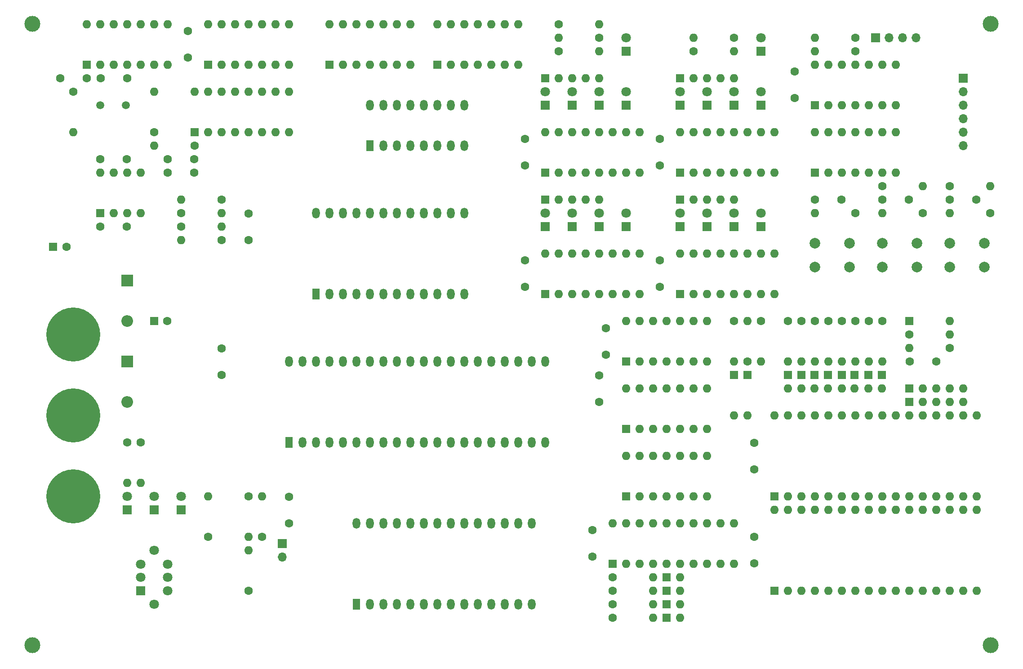
<source format=gbr>
%TF.GenerationSoftware,KiCad,Pcbnew,7.0.7*%
%TF.CreationDate,2024-02-22T14:53:51+09:00*%
%TF.ProjectId,SBC4040,53424334-3034-4302-9e6b-696361645f70,rev?*%
%TF.SameCoordinates,Original*%
%TF.FileFunction,Soldermask,Top*%
%TF.FilePolarity,Negative*%
%FSLAX46Y46*%
G04 Gerber Fmt 4.6, Leading zero omitted, Abs format (unit mm)*
G04 Created by KiCad (PCBNEW 7.0.7) date 2024-02-22 14:53:51*
%MOMM*%
%LPD*%
G01*
G04 APERTURE LIST*
%ADD10C,1.600000*%
%ADD11O,1.600000X1.600000*%
%ADD12R,1.600000X1.600000*%
%ADD13R,1.800000X1.800000*%
%ADD14C,1.800000*%
%ADD15C,10.160000*%
%ADD16C,3.000000*%
%ADD17R,1.440000X2.000000*%
%ADD18O,1.440000X2.000000*%
%ADD19R,2.200000X2.200000*%
%ADD20O,2.200000X2.200000*%
%ADD21C,1.500000*%
%ADD22R,1.700000X1.700000*%
%ADD23O,1.700000X1.700000*%
%ADD24C,2.000000*%
G04 APERTURE END LIST*
D10*
%TO.C,R21*%
X27940000Y-25400000D03*
D11*
X27940000Y-17780000D03*
%TD*%
D10*
%TO.C,R15*%
X160020000Y-10160000D03*
D11*
X152400000Y-10160000D03*
%TD*%
D12*
%TO.C,U15*%
X35560000Y-25400000D03*
D11*
X38100000Y-25400000D03*
X40640000Y-25400000D03*
X43180000Y-25400000D03*
X45720000Y-25400000D03*
X48260000Y-25400000D03*
X50800000Y-25400000D03*
X53340000Y-25400000D03*
X53340000Y-17780000D03*
X50800000Y-17780000D03*
X48260000Y-17780000D03*
X45720000Y-17780000D03*
X43180000Y-17780000D03*
X40640000Y-17780000D03*
X38100000Y-17780000D03*
X35560000Y-17780000D03*
%TD*%
D12*
%TO.C,C26*%
X27940000Y-60960000D03*
D10*
X30440000Y-60960000D03*
%TD*%
D12*
%TO.C,U3*%
X81280000Y-12700000D03*
D11*
X83820000Y-12700000D03*
X86360000Y-12700000D03*
X88900000Y-12700000D03*
X91440000Y-12700000D03*
X93980000Y-12700000D03*
X96520000Y-12700000D03*
X96520000Y-5080000D03*
X93980000Y-5080000D03*
X91440000Y-5080000D03*
X88900000Y-5080000D03*
X86360000Y-5080000D03*
X83820000Y-5080000D03*
X81280000Y-5080000D03*
%TD*%
D10*
%TO.C,R1*%
X139700000Y-68580000D03*
D11*
X139700000Y-60960000D03*
%TD*%
D13*
%TO.C,D10*%
X142240000Y-20320000D03*
D14*
X142240000Y-17780000D03*
%TD*%
D10*
%TO.C,R29*%
X160020000Y-60960000D03*
D11*
X160020000Y-68580000D03*
%TD*%
D12*
%TO.C,U12*%
X15240000Y-12700000D03*
D11*
X17780000Y-12700000D03*
X20320000Y-12700000D03*
X22860000Y-12700000D03*
X25400000Y-12700000D03*
X27940000Y-12700000D03*
X30480000Y-12700000D03*
X30480000Y-5080000D03*
X27940000Y-5080000D03*
X25400000Y-5080000D03*
X22860000Y-5080000D03*
X20320000Y-5080000D03*
X17780000Y-5080000D03*
X15240000Y-5080000D03*
%TD*%
D13*
%TO.C,D38*%
X33020000Y-96520000D03*
D14*
X33020000Y-93980000D03*
%TD*%
D10*
%TO.C,R11*%
X185420000Y-40640000D03*
D11*
X177800000Y-40640000D03*
%TD*%
D10*
%TO.C,C21*%
X53340000Y-99060000D03*
X53340000Y-94060000D03*
%TD*%
%TO.C,R33*%
X48260000Y-101600000D03*
D11*
X48260000Y-93980000D03*
%TD*%
D12*
%TO.C,D27*%
X162509032Y-71120000D03*
D11*
X162509032Y-73660000D03*
%TD*%
D15*
%TO.C,J5*%
X12700000Y-78740000D03*
%TD*%
D16*
%TO.C,H3*%
X5000000Y-122000000D03*
%TD*%
D10*
%TO.C,R24*%
X147320000Y-60960000D03*
D11*
X147320000Y-68580000D03*
%TD*%
D17*
%TO.C,U5*%
X58420000Y-55880000D03*
D18*
X60960000Y-55880000D03*
X63500000Y-55880000D03*
X66040000Y-55880000D03*
X68580000Y-55880000D03*
X71120000Y-55880000D03*
X73660000Y-55880000D03*
X76200000Y-55880000D03*
X78740000Y-55880000D03*
X81280000Y-55880000D03*
X83820000Y-55880000D03*
X86360000Y-55880000D03*
X86360000Y-40640000D03*
X83820000Y-40640000D03*
X81280000Y-40640000D03*
X78740000Y-40640000D03*
X76200000Y-40640000D03*
X73660000Y-40640000D03*
X71120000Y-40640000D03*
X68580000Y-40640000D03*
X66040000Y-40640000D03*
X63500000Y-40640000D03*
X60960000Y-40640000D03*
X58420000Y-40640000D03*
%TD*%
D10*
%TO.C,R31*%
X165100000Y-60960000D03*
D11*
X165100000Y-68580000D03*
%TD*%
D13*
%TO.C,D3*%
X137160000Y-43180000D03*
D14*
X137160000Y-40640000D03*
%TD*%
D10*
%TO.C,C13*%
X15240000Y-15240000D03*
X10240000Y-15240000D03*
%TD*%
%TO.C,C10*%
X35480000Y-33020000D03*
X30480000Y-33020000D03*
%TD*%
D15*
%TO.C,J4*%
X12700000Y-63500000D03*
%TD*%
D12*
%TO.C,D23*%
X152349032Y-71120000D03*
D11*
X152349032Y-73660000D03*
%TD*%
D10*
%TO.C,R27*%
X154940000Y-60960000D03*
D11*
X154940000Y-68580000D03*
%TD*%
D19*
%TO.C,D36*%
X22860000Y-68580000D03*
D20*
X22860000Y-76200000D03*
%TD*%
D12*
%TO.C,D1*%
X139700000Y-71120000D03*
D11*
X139700000Y-78740000D03*
%TD*%
D12*
%TO.C,U2*%
X116840000Y-68580000D03*
D11*
X119380000Y-68580000D03*
X121920000Y-68580000D03*
X124460000Y-68580000D03*
X127000000Y-68580000D03*
X129540000Y-68580000D03*
X132080000Y-68580000D03*
X132080000Y-60960000D03*
X129540000Y-60960000D03*
X127000000Y-60960000D03*
X124460000Y-60960000D03*
X121920000Y-60960000D03*
X119380000Y-60960000D03*
X116840000Y-60960000D03*
%TD*%
D12*
%TO.C,U18*%
X144780000Y-93980000D03*
D11*
X147320000Y-93980000D03*
X149860000Y-93980000D03*
X152400000Y-93980000D03*
X154940000Y-93980000D03*
X157480000Y-93980000D03*
X160020000Y-93980000D03*
X162560000Y-93980000D03*
X165100000Y-93980000D03*
X167640000Y-93980000D03*
X170180000Y-93980000D03*
X172720000Y-93980000D03*
X175260000Y-93980000D03*
X177800000Y-93980000D03*
X180340000Y-93980000D03*
X182880000Y-93980000D03*
X182880000Y-78740000D03*
X180340000Y-78740000D03*
X177800000Y-78740000D03*
X175260000Y-78740000D03*
X172720000Y-78740000D03*
X170180000Y-78740000D03*
X167640000Y-78740000D03*
X165100000Y-78740000D03*
X162560000Y-78740000D03*
X160020000Y-78740000D03*
X157480000Y-78740000D03*
X154940000Y-78740000D03*
X152400000Y-78740000D03*
X149860000Y-78740000D03*
X147320000Y-78740000D03*
X144780000Y-78740000D03*
%TD*%
D13*
%TO.C,D20*%
X116840000Y-10160000D03*
D14*
X116840000Y-7620000D03*
%TD*%
D13*
%TO.C,D13*%
X127000000Y-20320000D03*
D14*
X127000000Y-17780000D03*
%TD*%
D12*
%TO.C,U1*%
X152400000Y-20320000D03*
D11*
X154940000Y-20320000D03*
X157480000Y-20320000D03*
X160020000Y-20320000D03*
X162560000Y-20320000D03*
X165100000Y-20320000D03*
X167640000Y-20320000D03*
X167640000Y-12700000D03*
X165100000Y-12700000D03*
X162560000Y-12700000D03*
X160020000Y-12700000D03*
X157480000Y-12700000D03*
X154940000Y-12700000D03*
X152400000Y-12700000D03*
%TD*%
D12*
%TO.C,U7*%
X127000000Y-55880000D03*
D11*
X129540000Y-55880000D03*
X132080000Y-55880000D03*
X134620000Y-55880000D03*
X137160000Y-55880000D03*
X139700000Y-55880000D03*
X142240000Y-55880000D03*
X144780000Y-55880000D03*
X144780000Y-48260000D03*
X142240000Y-48260000D03*
X139700000Y-48260000D03*
X137160000Y-48260000D03*
X134620000Y-48260000D03*
X132080000Y-48260000D03*
X129540000Y-48260000D03*
X127000000Y-48260000D03*
%TD*%
D13*
%TO.C,D37*%
X22860000Y-96520000D03*
D14*
X22860000Y-93980000D03*
%TD*%
D10*
%TO.C,R40*%
X25400000Y-83820000D03*
D11*
X25400000Y-91440000D03*
%TD*%
D10*
%TO.C,R37*%
X114300000Y-111760000D03*
D11*
X121920000Y-111760000D03*
%TD*%
D10*
%TO.C,C17*%
X97790000Y-54530000D03*
X97790000Y-49530000D03*
%TD*%
D12*
%TO.C,D26*%
X159894516Y-71120000D03*
D11*
X159894516Y-73660000D03*
%TD*%
D10*
%TO.C,R8*%
X177800000Y-66040000D03*
D11*
X170180000Y-66040000D03*
%TD*%
D12*
%TO.C,D25*%
X157480000Y-71120000D03*
D11*
X157480000Y-73660000D03*
%TD*%
D10*
%TO.C,R38*%
X114300000Y-109220000D03*
D11*
X121920000Y-109220000D03*
%TD*%
D12*
%TO.C,D24*%
X154889032Y-71120000D03*
D11*
X154889032Y-73660000D03*
%TD*%
D21*
%TO.C,Y1*%
X17780000Y-20320000D03*
X22660000Y-20320000D03*
%TD*%
D12*
%TO.C,D18*%
X170180000Y-60960000D03*
D11*
X177800000Y-60960000D03*
%TD*%
D10*
%TO.C,R12*%
X160020000Y-7620000D03*
D11*
X152400000Y-7620000D03*
%TD*%
D22*
%TO.C,J3*%
X52070000Y-102870000D03*
D23*
X52070000Y-105410000D03*
%TD*%
D10*
%TO.C,R28*%
X157480000Y-60960000D03*
D11*
X157480000Y-68580000D03*
%TD*%
D10*
%TO.C,R41*%
X22860000Y-83820000D03*
D11*
X22860000Y-91440000D03*
%TD*%
D10*
%TO.C,R3*%
X160020000Y-40640000D03*
D11*
X152400000Y-40640000D03*
%TD*%
D10*
%TO.C,C5*%
X113030000Y-67310000D03*
X113030000Y-62310000D03*
%TD*%
D12*
%TO.C,U14*%
X17780000Y-40640000D03*
D11*
X20320000Y-40640000D03*
X22860000Y-40640000D03*
X25400000Y-40640000D03*
X25400000Y-33020000D03*
X22860000Y-33020000D03*
X20320000Y-33020000D03*
X17780000Y-33020000D03*
%TD*%
D10*
%TO.C,R17*%
X35560000Y-27940000D03*
D11*
X27940000Y-27940000D03*
%TD*%
D12*
%TO.C,D22*%
X149860000Y-71120000D03*
D11*
X149860000Y-73660000D03*
%TD*%
D10*
%TO.C,R14*%
X137160000Y-7620000D03*
D11*
X129540000Y-7620000D03*
%TD*%
D10*
%TO.C,R7*%
X170180000Y-63500000D03*
D11*
X177800000Y-63500000D03*
%TD*%
D10*
%TO.C,C16*%
X97790000Y-31670000D03*
X97790000Y-26670000D03*
%TD*%
D12*
%TO.C,D28*%
X165049032Y-71120000D03*
D11*
X165049032Y-73660000D03*
%TD*%
D10*
%TO.C,C2*%
X165100000Y-38100000D03*
X170100000Y-38100000D03*
%TD*%
D12*
%TO.C,D32*%
X124460000Y-109220000D03*
D11*
X127000000Y-109220000D03*
%TD*%
D10*
%TO.C,R5*%
X165100000Y-35560000D03*
D11*
X172720000Y-35560000D03*
%TD*%
D14*
%TO.C,SW4*%
X27940000Y-114300000D03*
X27940000Y-104140000D03*
D13*
X25400000Y-111760000D03*
D14*
X25400000Y-109260000D03*
X25400000Y-106760000D03*
X30480000Y-111760000D03*
X30480000Y-109260000D03*
X30480000Y-106760000D03*
%TD*%
D10*
%TO.C,C18*%
X123190000Y-31670000D03*
X123190000Y-26670000D03*
%TD*%
D17*
%TO.C,U22*%
X53340000Y-83820000D03*
D18*
X55880000Y-83820000D03*
X58420000Y-83820000D03*
X60960000Y-83820000D03*
X63500000Y-83820000D03*
X66040000Y-83820000D03*
X68580000Y-83820000D03*
X71120000Y-83820000D03*
X73660000Y-83820000D03*
X76200000Y-83820000D03*
X78740000Y-83820000D03*
X81280000Y-83820000D03*
X83820000Y-83820000D03*
X86360000Y-83820000D03*
X88900000Y-83820000D03*
X91440000Y-83820000D03*
X93980000Y-83820000D03*
X96520000Y-83820000D03*
X99060000Y-83820000D03*
X101600000Y-83820000D03*
X101600000Y-68580000D03*
X99060000Y-68580000D03*
X96520000Y-68580000D03*
X93980000Y-68580000D03*
X91440000Y-68580000D03*
X88900000Y-68580000D03*
X86360000Y-68580000D03*
X83820000Y-68580000D03*
X81280000Y-68580000D03*
X78740000Y-68580000D03*
X76200000Y-68580000D03*
X73660000Y-68580000D03*
X71120000Y-68580000D03*
X68580000Y-68580000D03*
X66040000Y-68580000D03*
X63500000Y-68580000D03*
X60960000Y-68580000D03*
X58420000Y-68580000D03*
X55880000Y-68580000D03*
X53340000Y-68580000D03*
%TD*%
D10*
%TO.C,R18*%
X33020000Y-43180000D03*
D11*
X40640000Y-43180000D03*
%TD*%
D12*
%TO.C,U9*%
X127000000Y-33020000D03*
D11*
X129540000Y-33020000D03*
X132080000Y-33020000D03*
X134620000Y-33020000D03*
X137160000Y-33020000D03*
X139700000Y-33020000D03*
X142240000Y-33020000D03*
X144780000Y-33020000D03*
X144780000Y-25400000D03*
X142240000Y-25400000D03*
X139700000Y-25400000D03*
X137160000Y-25400000D03*
X134620000Y-25400000D03*
X132080000Y-25400000D03*
X129540000Y-25400000D03*
X127000000Y-25400000D03*
%TD*%
D10*
%TO.C,C1*%
X152400000Y-38100000D03*
X157400000Y-38100000D03*
%TD*%
%TO.C,R13*%
X104140000Y-10160000D03*
D11*
X111760000Y-10160000D03*
%TD*%
D10*
%TO.C,R4*%
X104140000Y-5080000D03*
D11*
X111760000Y-5080000D03*
%TD*%
D12*
%TO.C,U10*%
X101600000Y-33020000D03*
D11*
X104140000Y-33020000D03*
X106680000Y-33020000D03*
X109220000Y-33020000D03*
X111760000Y-33020000D03*
X114300000Y-33020000D03*
X116840000Y-33020000D03*
X119380000Y-33020000D03*
X119380000Y-25400000D03*
X116840000Y-25400000D03*
X114300000Y-25400000D03*
X111760000Y-25400000D03*
X109220000Y-25400000D03*
X106680000Y-25400000D03*
X104140000Y-25400000D03*
X101600000Y-25400000D03*
%TD*%
D10*
%TO.C,C12*%
X17860000Y-15240000D03*
X22860000Y-15240000D03*
%TD*%
D17*
%TO.C,U16*%
X66040000Y-114300000D03*
D18*
X68580000Y-114300000D03*
X71120000Y-114300000D03*
X73660000Y-114300000D03*
X76200000Y-114300000D03*
X78740000Y-114300000D03*
X81280000Y-114300000D03*
X83820000Y-114300000D03*
X86360000Y-114300000D03*
X88900000Y-114300000D03*
X91440000Y-114300000D03*
X93980000Y-114300000D03*
X96520000Y-114300000D03*
X99060000Y-114300000D03*
X99060000Y-99060000D03*
X96520000Y-99060000D03*
X93980000Y-99060000D03*
X91440000Y-99060000D03*
X88900000Y-99060000D03*
X86360000Y-99060000D03*
X83820000Y-99060000D03*
X81280000Y-99060000D03*
X78740000Y-99060000D03*
X76200000Y-99060000D03*
X73660000Y-99060000D03*
X71120000Y-99060000D03*
X68580000Y-99060000D03*
X66040000Y-99060000D03*
%TD*%
D10*
%TO.C,C4*%
X148590000Y-13970000D03*
X148590000Y-18970000D03*
%TD*%
D12*
%TO.C,RN1*%
X127000000Y-38100000D03*
D11*
X129540000Y-38100000D03*
X132080000Y-38100000D03*
X134620000Y-38100000D03*
X137160000Y-38100000D03*
%TD*%
D10*
%TO.C,R36*%
X114300000Y-114300000D03*
D11*
X121920000Y-114300000D03*
%TD*%
D16*
%TO.C,H1*%
X5000000Y-5000000D03*
%TD*%
D12*
%TO.C,U13*%
X38100000Y-12700000D03*
D11*
X40640000Y-12700000D03*
X43180000Y-12700000D03*
X45720000Y-12700000D03*
X48260000Y-12700000D03*
X50800000Y-12700000D03*
X53340000Y-12700000D03*
X53340000Y-5080000D03*
X50800000Y-5080000D03*
X48260000Y-5080000D03*
X45720000Y-5080000D03*
X43180000Y-5080000D03*
X40640000Y-5080000D03*
X38100000Y-5080000D03*
%TD*%
D13*
%TO.C,D9*%
X101600000Y-43180000D03*
D14*
X101600000Y-40640000D03*
%TD*%
D12*
%TO.C,RN2*%
X101600000Y-38100000D03*
D11*
X104140000Y-38100000D03*
X106680000Y-38100000D03*
X109220000Y-38100000D03*
X111760000Y-38100000D03*
%TD*%
D19*
%TO.C,D35*%
X22860000Y-53340000D03*
D20*
X22860000Y-60960000D03*
%TD*%
D12*
%TO.C,RN4*%
X101600000Y-15240000D03*
D11*
X104140000Y-15240000D03*
X106680000Y-15240000D03*
X109220000Y-15240000D03*
X111760000Y-15240000D03*
%TD*%
D13*
%TO.C,D12*%
X132080000Y-20320000D03*
D14*
X132080000Y-17780000D03*
%TD*%
D22*
%TO.C,J2*%
X163830000Y-7620000D03*
D23*
X166370000Y-7620000D03*
X168910000Y-7620000D03*
X171450000Y-7620000D03*
%TD*%
D10*
%TO.C,C8*%
X17780000Y-30480000D03*
X22780000Y-30480000D03*
%TD*%
D12*
%TO.C,D33*%
X137160000Y-71120000D03*
D11*
X137160000Y-78740000D03*
%TD*%
D12*
%TO.C,RN6*%
X170180000Y-73660000D03*
D11*
X172720000Y-73660000D03*
X175260000Y-73660000D03*
X177800000Y-73660000D03*
X180340000Y-73660000D03*
%TD*%
D13*
%TO.C,D34*%
X27940000Y-96520000D03*
D14*
X27940000Y-93980000D03*
%TD*%
D24*
%TO.C,SW1*%
X158900000Y-50800000D03*
X152400000Y-50800000D03*
X158900000Y-46300000D03*
X152400000Y-46300000D03*
%TD*%
D10*
%TO.C,R9*%
X142240000Y-60960000D03*
D11*
X142240000Y-68580000D03*
%TD*%
D17*
%TO.C,U6*%
X68580000Y-27940000D03*
D18*
X71120000Y-27940000D03*
X73660000Y-27940000D03*
X76200000Y-27940000D03*
X78740000Y-27940000D03*
X81280000Y-27940000D03*
X83820000Y-27940000D03*
X86360000Y-27940000D03*
X86360000Y-20320000D03*
X83820000Y-20320000D03*
X81280000Y-20320000D03*
X78740000Y-20320000D03*
X76200000Y-20320000D03*
X73660000Y-20320000D03*
X71120000Y-20320000D03*
X68580000Y-20320000D03*
%TD*%
D10*
%TO.C,R35*%
X114300000Y-116840000D03*
D11*
X121920000Y-116840000D03*
%TD*%
D10*
%TO.C,R32*%
X45720000Y-111760000D03*
D11*
X45720000Y-104140000D03*
%TD*%
D10*
%TO.C,C24*%
X40640000Y-71120000D03*
X40640000Y-66120000D03*
%TD*%
D12*
%TO.C,U17*%
X144780000Y-111760000D03*
D11*
X147320000Y-111760000D03*
X149860000Y-111760000D03*
X152400000Y-111760000D03*
X154940000Y-111760000D03*
X157480000Y-111760000D03*
X160020000Y-111760000D03*
X162560000Y-111760000D03*
X165100000Y-111760000D03*
X167640000Y-111760000D03*
X170180000Y-111760000D03*
X172720000Y-111760000D03*
X175260000Y-111760000D03*
X177800000Y-111760000D03*
X180340000Y-111760000D03*
X182880000Y-111760000D03*
X182880000Y-96520000D03*
X180340000Y-96520000D03*
X177800000Y-96520000D03*
X175260000Y-96520000D03*
X172720000Y-96520000D03*
X170180000Y-96520000D03*
X167640000Y-96520000D03*
X165100000Y-96520000D03*
X162560000Y-96520000D03*
X160020000Y-96520000D03*
X157480000Y-96520000D03*
X154940000Y-96520000D03*
X152400000Y-96520000D03*
X149860000Y-96520000D03*
X147320000Y-96520000D03*
X144780000Y-96520000D03*
%TD*%
D10*
%TO.C,R23*%
X40640000Y-38100000D03*
D11*
X33020000Y-38100000D03*
%TD*%
D10*
%TO.C,C23*%
X140970000Y-101600000D03*
X140970000Y-106600000D03*
%TD*%
%TO.C,C22*%
X140970000Y-83900000D03*
X140970000Y-88900000D03*
%TD*%
D13*
%TO.C,D15*%
X111760000Y-20320000D03*
D14*
X111760000Y-17780000D03*
%TD*%
D10*
%TO.C,R16*%
X129540000Y-10160000D03*
D11*
X137160000Y-10160000D03*
%TD*%
D10*
%TO.C,R42*%
X38100000Y-101600000D03*
D11*
X38100000Y-93980000D03*
%TD*%
D10*
%TO.C,C6*%
X177800000Y-38100000D03*
X182800000Y-38100000D03*
%TD*%
D16*
%TO.C,H4*%
X185500000Y-122000000D03*
%TD*%
D13*
%TO.C,D5*%
X127000000Y-43180000D03*
D14*
X127000000Y-40640000D03*
%TD*%
D13*
%TO.C,D8*%
X106680000Y-43180000D03*
D14*
X106680000Y-40640000D03*
%TD*%
D13*
%TO.C,D14*%
X116840000Y-20320000D03*
D14*
X116840000Y-17780000D03*
%TD*%
D10*
%TO.C,C20*%
X111760000Y-76200000D03*
X111760000Y-71200000D03*
%TD*%
D13*
%TO.C,D4*%
X132080000Y-43180000D03*
D14*
X132080000Y-40640000D03*
%TD*%
D10*
%TO.C,C3*%
X175260000Y-68580000D03*
X170260000Y-68580000D03*
%TD*%
%TO.C,R26*%
X152400000Y-60960000D03*
D11*
X152400000Y-68580000D03*
%TD*%
D10*
%TO.C,R19*%
X33020000Y-40640000D03*
D11*
X40640000Y-40640000D03*
%TD*%
D12*
%TO.C,U11*%
X60955000Y-12700000D03*
D11*
X63495000Y-12700000D03*
X66035000Y-12700000D03*
X68575000Y-12700000D03*
X71115000Y-12700000D03*
X73655000Y-12700000D03*
X76195000Y-12700000D03*
X76195000Y-5080000D03*
X73655000Y-5080000D03*
X71115000Y-5080000D03*
X68575000Y-5080000D03*
X66035000Y-5080000D03*
X63495000Y-5080000D03*
X60955000Y-5080000D03*
%TD*%
D16*
%TO.C,H2*%
X185500000Y-5000000D03*
%TD*%
D12*
%TO.C,RN5*%
X170180000Y-76200000D03*
D11*
X172720000Y-76200000D03*
X175260000Y-76200000D03*
X177800000Y-76200000D03*
X180340000Y-76200000D03*
%TD*%
D10*
%TO.C,R34*%
X45720000Y-93980000D03*
D11*
X45720000Y-101600000D03*
%TD*%
D10*
%TO.C,C9*%
X35480000Y-30480000D03*
X30480000Y-30480000D03*
%TD*%
%TO.C,R20*%
X12700000Y-17780000D03*
D11*
X12700000Y-25400000D03*
%TD*%
D12*
%TO.C,U21*%
X114300000Y-106680000D03*
D11*
X116840000Y-106680000D03*
X119380000Y-106680000D03*
X121920000Y-106680000D03*
X124460000Y-106680000D03*
X127000000Y-106680000D03*
X129540000Y-106680000D03*
X132080000Y-106680000D03*
X134620000Y-106680000D03*
X137160000Y-106680000D03*
X137160000Y-99060000D03*
X134620000Y-99060000D03*
X132080000Y-99060000D03*
X129540000Y-99060000D03*
X127000000Y-99060000D03*
X124460000Y-99060000D03*
X121920000Y-99060000D03*
X119380000Y-99060000D03*
X116840000Y-99060000D03*
X114300000Y-99060000D03*
%TD*%
D12*
%TO.C,U19*%
X116840000Y-93980000D03*
D11*
X119380000Y-93980000D03*
X121920000Y-93980000D03*
X124460000Y-93980000D03*
X127000000Y-93980000D03*
X129540000Y-93980000D03*
X132080000Y-93980000D03*
X132080000Y-86360000D03*
X129540000Y-86360000D03*
X127000000Y-86360000D03*
X124460000Y-86360000D03*
X121920000Y-86360000D03*
X119380000Y-86360000D03*
X116840000Y-86360000D03*
%TD*%
D10*
%TO.C,R30*%
X162560000Y-60960000D03*
D11*
X162560000Y-68580000D03*
%TD*%
D12*
%TO.C,U4*%
X152400000Y-33020000D03*
D11*
X154940000Y-33020000D03*
X157480000Y-33020000D03*
X160020000Y-33020000D03*
X162560000Y-33020000D03*
X165100000Y-33020000D03*
X167640000Y-33020000D03*
X167640000Y-25400000D03*
X165100000Y-25400000D03*
X162560000Y-25400000D03*
X160020000Y-25400000D03*
X157480000Y-25400000D03*
X154940000Y-25400000D03*
X152400000Y-25400000D03*
%TD*%
D10*
%TO.C,R10*%
X111760000Y-7620000D03*
D11*
X104140000Y-7620000D03*
%TD*%
D13*
%TO.C,D17*%
X101600000Y-20320000D03*
D14*
X101600000Y-17780000D03*
%TD*%
D13*
%TO.C,D11*%
X137160000Y-20320000D03*
D14*
X137160000Y-17780000D03*
%TD*%
D13*
%TO.C,D2*%
X142240000Y-43180000D03*
D14*
X142240000Y-40640000D03*
%TD*%
D10*
%TO.C,R6*%
X172720000Y-40640000D03*
D11*
X165100000Y-40640000D03*
%TD*%
D12*
%TO.C,U20*%
X116840000Y-81280000D03*
D11*
X119380000Y-81280000D03*
X121920000Y-81280000D03*
X124460000Y-81280000D03*
X127000000Y-81280000D03*
X129540000Y-81280000D03*
X132080000Y-81280000D03*
X132080000Y-73660000D03*
X129540000Y-73660000D03*
X127000000Y-73660000D03*
X124460000Y-73660000D03*
X121920000Y-73660000D03*
X119380000Y-73660000D03*
X116840000Y-73660000D03*
%TD*%
D12*
%TO.C,D31*%
X124460000Y-111760000D03*
D11*
X127000000Y-111760000D03*
%TD*%
D15*
%TO.C,J6*%
X12700000Y-93980000D03*
%TD*%
D10*
%TO.C,C14*%
X110490000Y-100330000D03*
X110490000Y-105330000D03*
%TD*%
D12*
%TO.C,D30*%
X124460000Y-114300000D03*
D11*
X127000000Y-114300000D03*
%TD*%
D10*
%TO.C,R25*%
X149860000Y-60960000D03*
D11*
X149860000Y-68580000D03*
%TD*%
D24*
%TO.C,SW2*%
X171600000Y-50800000D03*
X165100000Y-50800000D03*
X171600000Y-46300000D03*
X165100000Y-46300000D03*
%TD*%
D10*
%TO.C,C11*%
X17780000Y-43180000D03*
X22780000Y-43180000D03*
%TD*%
D12*
%TO.C,U8*%
X101600000Y-55880000D03*
D11*
X104140000Y-55880000D03*
X106680000Y-55880000D03*
X109220000Y-55880000D03*
X111760000Y-55880000D03*
X114300000Y-55880000D03*
X116840000Y-55880000D03*
X119380000Y-55880000D03*
X119380000Y-48260000D03*
X116840000Y-48260000D03*
X114300000Y-48260000D03*
X111760000Y-48260000D03*
X109220000Y-48260000D03*
X106680000Y-48260000D03*
X104140000Y-48260000D03*
X101600000Y-48260000D03*
%TD*%
D10*
%TO.C,C19*%
X123190000Y-54530000D03*
X123190000Y-49530000D03*
%TD*%
D12*
%TO.C,D21*%
X147320000Y-71120000D03*
D11*
X147320000Y-73660000D03*
%TD*%
D10*
%TO.C,C15*%
X45720000Y-45720000D03*
X45720000Y-40720000D03*
%TD*%
%TO.C,R2*%
X177800000Y-35560000D03*
D11*
X185420000Y-35560000D03*
%TD*%
D22*
%TO.C,J1*%
X180340000Y-15240000D03*
D23*
X180340000Y-17780000D03*
X180340000Y-20320000D03*
X180340000Y-22860000D03*
X180340000Y-25400000D03*
X180340000Y-27940000D03*
%TD*%
D13*
%TO.C,D6*%
X116840000Y-43180000D03*
D14*
X116840000Y-40640000D03*
%TD*%
D13*
%TO.C,D19*%
X142240000Y-10160000D03*
D14*
X142240000Y-7620000D03*
%TD*%
D12*
%TO.C,RN3*%
X127000000Y-15240000D03*
D11*
X129540000Y-15240000D03*
X132080000Y-15240000D03*
X134620000Y-15240000D03*
X137160000Y-15240000D03*
%TD*%
D24*
%TO.C,SW3*%
X184300000Y-50800000D03*
X177800000Y-50800000D03*
X184300000Y-46300000D03*
X177800000Y-46300000D03*
%TD*%
D10*
%TO.C,R39*%
X137160000Y-60960000D03*
D11*
X137160000Y-68580000D03*
%TD*%
D13*
%TO.C,D7*%
X111760000Y-43180000D03*
D14*
X111760000Y-40640000D03*
%TD*%
D10*
%TO.C,C7*%
X34290000Y-6350000D03*
X34290000Y-11350000D03*
%TD*%
%TO.C,R22*%
X40640000Y-45720000D03*
D11*
X33020000Y-45720000D03*
%TD*%
D12*
%TO.C,D29*%
X124460000Y-116840000D03*
D11*
X127000000Y-116840000D03*
%TD*%
D13*
%TO.C,D16*%
X106680000Y-20320000D03*
D14*
X106680000Y-17780000D03*
%TD*%
D12*
%TO.C,C25*%
X8930000Y-46990000D03*
D10*
X11430000Y-46990000D03*
%TD*%
M02*

</source>
